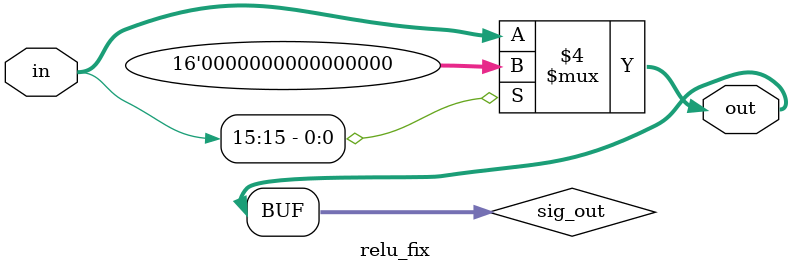
<source format=sv>
/*
"""
    EE278: Miniproject 4, RTL Implementation of the Inference Engine
           for MNIST Digit Recognition 
    SJSU, Fall 2018
    Tomasz Chadzynski
"""
*/

`timescale 1ns / 1ps

module relu_fix
    #(WIDTH = 16)

    (input  logic   signed  [WIDTH-1:0] in,
     output logic   signed  [WIDTH-1:0] out
    );

    localparam [WIDTH-1:0] ZERO_VAL = 'd0;

    logic   signed  [WIDTH-1:0] sig_out;


    always_comb begin : COMB
        if(in[WIDTH-1] == 1'b0) begin
            sig_out = in;
        end else begin
            sig_out = ZERO_VAL;
        end
    end

    assign out = sig_out;
endmodule

</source>
